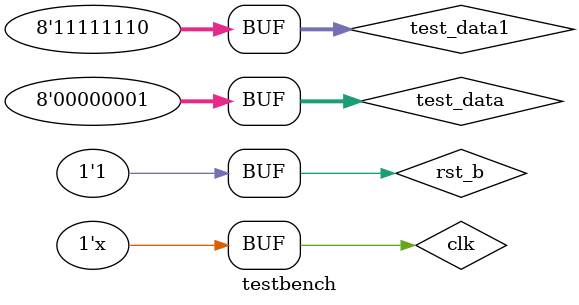
<source format=v>
`timescale 1 ns/10 ps

`define Clock_period  10

module testbench();

reg			clk;
reg			rst_b;

initial begin
	clk		=	1'b0;
	rst_b	=	1'b1;
	#100
	rst_b	=	1'b0;
	#100
	rst_b	=	1'b1;

end
always #(`Clock_period/2) 	clk	= !clk;

wire			vs_in;
wire			hs_in;
wire			de_in;

wire	[7:0]	r_in_01;
wire	[7:0]	g_in_01;
wire	[7:0]	b_in_01;
wire	[7:0]	r_in_02;
wire	[7:0]	g_in_02;
wire	[7:0]	b_in_02;
wire	[7:0]	r_in_03;
wire	[7:0]	g_in_03;
wire	[7:0]	b_in_03;
wire	[7:0]	r_in_04;
wire	[7:0]	g_in_04;
wire	[7:0]	b_in_04;
wire	[7:0]	r_in_05;
wire	[7:0]	g_in_05;
wire	[7:0]	b_in_05;
wire	[7:0]	r_in_06;
wire	[7:0]	g_in_06;
wire	[7:0]	b_in_06;
wire	[7:0]	r_in_07;
wire	[7:0]	g_in_07;
wire	[7:0]	b_in_07;
wire	[7:0]	r_in_08;
wire	[7:0]	g_in_08;
wire	[7:0]	b_in_08;

wire	[7:0]	test_data = 8'd1;
wire	[7:0]	test_data1 = ~test_data;

gpu_8port	gpu_8port(
	.clk	(clk  	),
	.rst_b	(rst_b	),

	.vs_in	(vs_in	),
	.hs_in	(hs_in	),
	.de_in	(de_in	),

	.r_in_01	(r_in_01	),
	.g_in_01	(g_in_01	),
	.b_in_01	(b_in_01	),

	.r_in_02	(r_in_02	),
	.g_in_02	(g_in_02	),
	.b_in_02	(b_in_02	),
                        
	.r_in_03	(r_in_03	),
	.g_in_03	(g_in_03	),
	.b_in_03	(b_in_03	),
                        
	.r_in_04	(r_in_04	),
	.g_in_04	(g_in_04	),
	.b_in_04	(b_in_04	),
                        
	.r_in_05	(r_in_05	),
	.g_in_05	(g_in_05	),
	.b_in_05	(b_in_05	),
                        
	.r_in_06	(r_in_06	),
	.g_in_06	(g_in_06	),
	.b_in_06	(b_in_06	),
                        
	.r_in_07	(r_in_07	),
	.g_in_07	(g_in_07	),
	.b_in_07	(b_in_07	),
                        
	.r_in_08	(r_in_08	),
	.g_in_08	(g_in_08	),
	.b_in_08	(b_in_08	)
);

dct_8port	dct_8port(
	.clk		(clk  	),
	.rst_b		(rst_b	),

	.de_in		(de_in	),

	.data_in_01	(b_in_01),
	.data_in_02	(b_in_02),
	.data_in_03	(b_in_03),
	.data_in_04	(b_in_04),
	.data_in_05	(b_in_05),
	.data_in_06	(b_in_06),
	.data_in_07	(b_in_07),
	.data_in_08	(b_in_08)
);
//image_write_8port	image_write_8port(
//	.clk	(clk  	),
//	.rst_b	(rst_b	),
//
//	.vs_in	(vs_in	),
//	.hs_in	(hs_in	),
//	.de_in	(de_in	),
//
//	.r_in_01	(r_in_01	),
//	.g_in_01	(g_in_01	),
//	.b_in_01	(b_in_01	),
//
//	.r_in_02	(r_in_02	),
//	.g_in_02	(g_in_02	),
//	.b_in_02	(b_in_02	),
//                        
//	.r_in_03	(r_in_03	),
//	.g_in_03	(g_in_03	),
//	.b_in_03	(b_in_03	),
//                        
//	.r_in_04	(r_in_04	),
//	.g_in_04	(g_in_04	),
//	.b_in_04	(b_in_04	),
//                        
//	.r_in_05	(r_in_05	),
//	.g_in_05	(g_in_05	),
//	.b_in_05	(b_in_05	),
//                        
//	.r_in_06	(r_in_06	),
//	.g_in_06	(g_in_06	),
//	.b_in_06	(b_in_06	),
//                        
//	.r_in_07	(r_in_07	),
//	.g_in_07	(g_in_07	),
//	.b_in_07	(b_in_07	),
//                        
//	.r_in_08	(r_in_08	),
//	.g_in_08	(g_in_08	),
//	.b_in_08	(b_in_08	)
//
//);


endmodule

</source>
